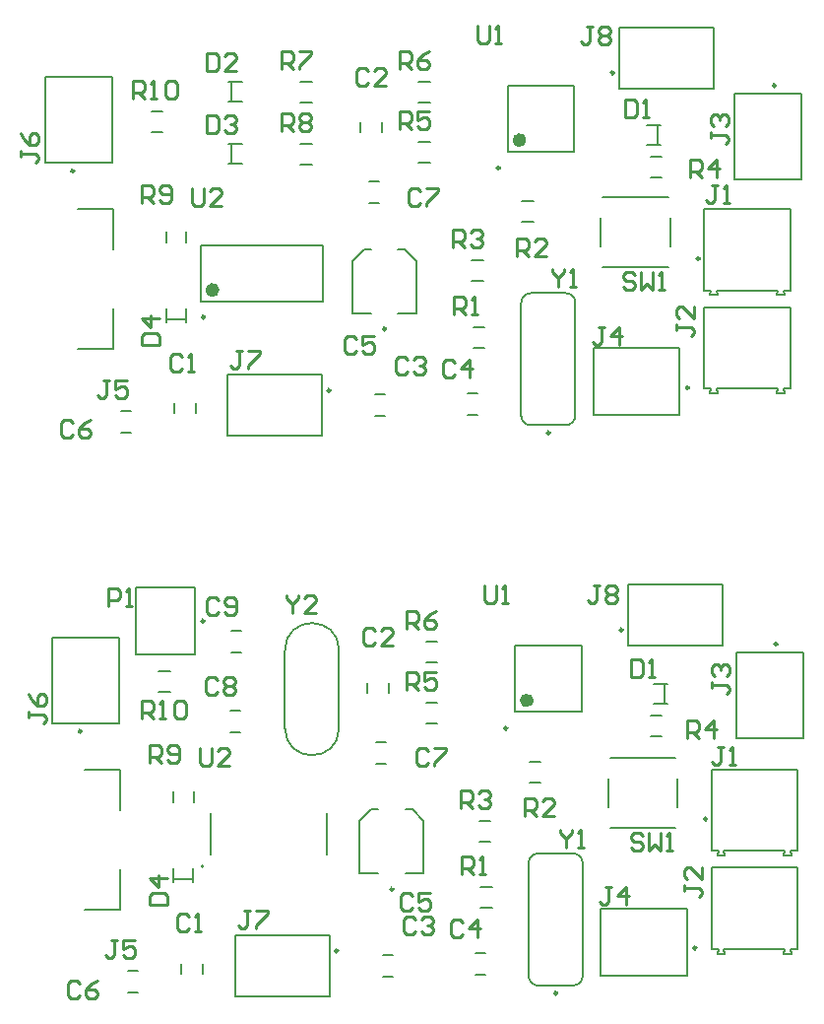
<source format=gto>
G04*
G04 #@! TF.GenerationSoftware,Altium Limited,Altium Designer,23.10.1 (27)*
G04*
G04 Layer_Color=65535*
%FSLAX44Y44*%
%MOMM*%
G71*
G04*
G04 #@! TF.SameCoordinates,3B84DC82-68C0-41DF-859C-FDBE0299760B*
G04*
G04*
G04 #@! TF.FilePolarity,Positive*
G04*
G01*
G75*
%ADD40C,0.2500*%
%ADD41C,0.2000*%
%ADD42C,0.6000*%
%ADD43C,0.1270*%
%ADD44C,0.2540*%
D40*
X610220Y400050D02*
G03*
X610220Y400050I-1250J0D01*
G01*
X250320Y407670D02*
G03*
X250320Y407670I-1250J0D01*
G01*
X365100Y124460D02*
G03*
X365100Y124460I-1250J0D01*
G01*
X743100Y387920D02*
G03*
X743100Y387920I-1250J0D01*
G01*
X673450Y127000D02*
G03*
X673450Y127000I-1250J0D01*
G01*
X553700Y88150D02*
G03*
X553700Y88150I-1250J0D01*
G01*
X682630Y237850D02*
G03*
X682630Y237850I-1250J0D01*
G01*
X510850Y315640D02*
G03*
X510850Y315640I-1250J0D01*
G01*
X144590Y313120D02*
G03*
X144590Y313120I-1250J0D01*
G01*
X412730Y177440D02*
G03*
X412730Y177440I-1250J0D01*
G01*
X602600Y878840D02*
G03*
X602600Y878840I-1250J0D01*
G01*
X358750Y605790D02*
G03*
X358750Y605790I-1250J0D01*
G01*
X741660Y867780D02*
G03*
X741660Y867780I-1250J0D01*
G01*
X667100Y608330D02*
G03*
X667100Y608330I-1250J0D01*
G01*
X250470Y668870D02*
G03*
X250470Y668870I-1250J0D01*
G01*
X547350Y569480D02*
G03*
X547350Y569480I-1250J0D01*
G01*
X676280Y719180D02*
G03*
X676280Y719180I-1250J0D01*
G01*
X504500Y796970D02*
G03*
X504500Y796970I-1250J0D01*
G01*
X138240Y794450D02*
G03*
X138240Y794450I-1250J0D01*
G01*
X406380Y658770D02*
G03*
X406380Y658770I-1250J0D01*
G01*
D41*
X319650Y315750D02*
G03*
X366150Y315750I23250J0D01*
G01*
Y382750D02*
G03*
X319650Y382750I-23250J0D01*
G01*
X249520Y197290D02*
G03*
X249520Y197290I-1000J0D01*
G01*
X529200Y102900D02*
G03*
X537450Y94650I8250J0D01*
G01*
X567450Y94650D02*
G03*
X575700Y102900I0J8250D01*
G01*
Y199900D02*
G03*
X567450Y208150I-8250J0D01*
G01*
X537450Y208150D02*
G03*
X529200Y199900I0J-8250D01*
G01*
X614720Y386350D02*
Y439150D01*
Y386350D02*
X695920D01*
Y439150D01*
X614720D02*
X695920D01*
X636900Y336940D02*
X648900D01*
X636900Y353940D02*
X648900D01*
X646150Y337690D02*
Y353190D01*
X634076Y308709D02*
X643544D01*
X634076Y326291D02*
X643544D01*
X191770Y378670D02*
Y436670D01*
X242570D01*
X191770Y378670D02*
X242570D01*
Y436670D01*
X211209Y364391D02*
X220676D01*
X211209Y346809D02*
X220676D01*
X366150Y315750D02*
Y382750D01*
X319650Y315750D02*
Y382750D01*
X273896Y380599D02*
X282364D01*
X273896Y399181D02*
X282364D01*
X272626Y312019D02*
X281094D01*
X272626Y330601D02*
X281094D01*
X358100Y85360D02*
Y138160D01*
X276900D02*
X358100D01*
X276900Y85360D02*
Y138160D01*
Y85360D02*
X358100D01*
X224660Y185980D02*
X240160D01*
X240910Y183230D02*
Y195230D01*
X223910Y183230D02*
Y195230D01*
X249321Y104986D02*
Y113454D01*
X230739Y104986D02*
Y113454D01*
X184996Y88499D02*
X193464D01*
X184996Y107081D02*
X193464D01*
X177950Y159950D02*
Y194650D01*
Y245650D02*
Y280350D01*
X147450Y159950D02*
X177950D01*
X147450Y280350D02*
X177950D01*
X686440Y210390D02*
Y280390D01*
X760440Y210390D02*
Y280390D01*
X686440D02*
X760440D01*
X748890Y206390D02*
X755390D01*
X754640Y210390D02*
X755390Y206390D01*
X748890D02*
X749640Y210390D01*
X754640D02*
X760440D01*
X697240D02*
X697990Y206390D01*
X691490D02*
X692240Y210390D01*
X691490Y206390D02*
X697990D01*
X686440Y210390D02*
X692240D01*
X697240D02*
X749640D01*
X765350Y307170D02*
Y381170D01*
X707850Y307170D02*
X765350D01*
X707850D02*
Y381170D01*
X765350D01*
X665450Y103500D02*
Y161000D01*
X591450D02*
X665450D01*
X591450Y103500D02*
Y161000D01*
Y103500D02*
X665450D01*
X241201Y251806D02*
Y261274D01*
X223619Y251806D02*
Y261274D01*
X686440Y126010D02*
Y196010D01*
X760440Y126010D02*
Y196010D01*
X686440D02*
X760440D01*
X748890Y122010D02*
X755390D01*
X754640Y126010D02*
X755390Y122010D01*
X748890D02*
X749640Y126010D01*
X754640D02*
X760440D01*
X697240D02*
X697990Y122010D01*
X691490D02*
X692240Y126010D01*
X691490Y122010D02*
X697990D01*
X686440Y126010D02*
X692240D01*
X697240D02*
X749640D01*
X575700Y102900D02*
Y199900D01*
X529200Y102900D02*
Y199900D01*
X537450Y208150D02*
X567450D01*
X537450Y94650D02*
X567450D01*
X567450Y94650D01*
X529936Y269339D02*
X539404D01*
X529936Y286921D02*
X539404D01*
X403914Y102469D02*
X412381D01*
X403914Y121051D02*
X412381D01*
X599130Y230350D02*
X655630D01*
X597380Y248100D02*
Y272600D01*
X599130Y290350D02*
X655630D01*
X657380Y248100D02*
Y272600D01*
X517600Y329640D02*
X574600D01*
X517600Y386640D02*
X574600D01*
X517600Y329640D02*
Y386640D01*
X574600Y329640D02*
Y386640D01*
X119840Y319870D02*
X177340D01*
Y393870D01*
X119840D02*
X177340D01*
X119840Y319870D02*
Y393870D01*
X428980Y245940D02*
X438980Y235940D01*
X383980D02*
X393980Y245940D01*
X423230D02*
X428980D01*
X393980D02*
X399730D01*
X438980Y190940D02*
Y235940D01*
X383980Y190940D02*
Y235940D01*
Y190940D02*
X399730D01*
X423230D02*
X438980D01*
X398356Y285349D02*
X406824D01*
X398356Y303931D02*
X406824D01*
X488026Y178971D02*
X497494D01*
X488026Y161389D02*
X497494D01*
X486799Y236121D02*
X496266D01*
X486799Y218539D02*
X496266D01*
X409341Y346286D02*
Y354754D01*
X390759Y346286D02*
Y354754D01*
X441036Y337721D02*
X450504D01*
X441036Y320139D02*
X450504D01*
X441036Y389791D02*
X450504D01*
X441036Y372209D02*
X450504D01*
X483446Y103739D02*
X491914D01*
X483446Y122321D02*
X491914D01*
X522850Y584230D02*
G03*
X531100Y575980I8250J0D01*
G01*
X561100Y575980D02*
G03*
X569350Y584230I0J8250D01*
G01*
Y681230D02*
G03*
X561100Y689480I-8250J0D01*
G01*
X531100Y689480D02*
G03*
X522850Y681230I0J-8250D01*
G01*
X607100Y865140D02*
Y917940D01*
Y865140D02*
X688300D01*
Y917940D01*
X607100D02*
X688300D01*
X630550Y817000D02*
X642550D01*
X630550Y834000D02*
X642550D01*
X639800Y817750D02*
Y833250D01*
X634034Y788769D02*
X643501D01*
X634034Y806351D02*
X643501D01*
X351750Y566690D02*
Y619490D01*
X270550D02*
X351750D01*
X270550Y566690D02*
Y619490D01*
Y566690D02*
X351750D01*
X218310Y667310D02*
X233810D01*
X234560Y664560D02*
Y676560D01*
X217560Y664560D02*
Y676560D01*
X242971Y586316D02*
Y594784D01*
X224389Y586316D02*
Y594784D01*
X178646Y569829D02*
X187114D01*
X178646Y588411D02*
X187114D01*
X171600Y641280D02*
Y675980D01*
Y726980D02*
Y761680D01*
X141100Y641280D02*
X171600D01*
X141100Y761680D02*
X171600D01*
X680090Y691720D02*
Y761720D01*
X754090Y691720D02*
Y761720D01*
X680090D02*
X754090D01*
X742540Y687720D02*
X749040D01*
X748290Y691720D02*
X749040Y687720D01*
X742540D02*
X743290Y691720D01*
X748290D02*
X754090D01*
X690890D02*
X691640Y687720D01*
X685140D02*
X685890Y691720D01*
X685140Y687720D02*
X691640D01*
X680090Y691720D02*
X685890D01*
X690890D02*
X743290D01*
X763910Y787030D02*
Y861030D01*
X706410Y787030D02*
X763910D01*
X706410D02*
Y861030D01*
X763910D01*
X659100Y584830D02*
Y642330D01*
X585100D02*
X659100D01*
X585100Y584830D02*
Y642330D01*
Y584830D02*
X659100D01*
X352220Y682120D02*
Y730120D01*
X247220Y682120D02*
Y730120D01*
X352220D01*
X247220Y682120D02*
X352220D01*
X234851Y733136D02*
Y742604D01*
X217269Y733136D02*
Y742604D01*
X680090Y607340D02*
Y677340D01*
X754090Y607340D02*
Y677340D01*
X680090D02*
X754090D01*
X742540Y603340D02*
X749040D01*
X748290Y607340D02*
X749040Y603340D01*
X742540D02*
X743290Y607340D01*
X748290D02*
X754090D01*
X690890D02*
X691640Y603340D01*
X685140D02*
X685890Y607340D01*
X685140Y603340D02*
X691640D01*
X680090Y607340D02*
X685890D01*
X690890D02*
X743290D01*
X569350Y584230D02*
Y681230D01*
X522850Y584230D02*
Y681230D01*
X531100Y689480D02*
X561100D01*
X531100Y575980D02*
X561100D01*
X561100Y575980D01*
X523586Y750669D02*
X533054D01*
X523586Y768251D02*
X533054D01*
X397564Y583799D02*
X406031D01*
X397564Y602381D02*
X406031D01*
X592780Y711680D02*
X649280D01*
X591030Y729430D02*
Y753930D01*
X592780Y771680D02*
X649280D01*
X651030Y729430D02*
Y753930D01*
X511250Y810970D02*
X568250D01*
X511250Y867970D02*
X568250D01*
X511250Y810970D02*
Y867970D01*
X568250Y810970D02*
Y867970D01*
X113490Y801200D02*
X170990D01*
Y875200D01*
X113490D02*
X170990D01*
X113490Y801200D02*
Y875200D01*
X422630Y727270D02*
X432630Y717270D01*
X377630D02*
X387630Y727270D01*
X416880D02*
X422630D01*
X387630D02*
X393380D01*
X432630Y672270D02*
Y717270D01*
X377630Y672270D02*
Y717270D01*
Y672270D02*
X393380D01*
X416880D02*
X432630D01*
X392006Y766679D02*
X400474D01*
X392006Y785261D02*
X400474D01*
X204859Y845721D02*
X214326D01*
X204859Y828139D02*
X214326D01*
X481676Y660301D02*
X491144D01*
X481676Y642719D02*
X491144D01*
X480449Y717451D02*
X489916D01*
X480449Y699869D02*
X489916D01*
X402991Y827616D02*
Y836084D01*
X384409Y827616D02*
Y836084D01*
X434686Y819051D02*
X444154D01*
X434686Y801469D02*
X444154D01*
X434686Y871121D02*
X444154D01*
X434686Y853539D02*
X444154D01*
X477096Y585069D02*
X485564D01*
X477096Y603651D02*
X485564D01*
X333086Y817781D02*
X342554D01*
X333086Y800199D02*
X342554D01*
X333086Y871121D02*
X342554D01*
X333086Y853539D02*
X342554D01*
X273610Y801240D02*
Y816740D01*
X270860Y800490D02*
X282860D01*
X270860Y817490D02*
X282860D01*
X273610Y854580D02*
Y870080D01*
X270860Y853830D02*
X282860D01*
X270860Y870830D02*
X282860D01*
D42*
X530600Y339640D02*
G03*
X530600Y339640I-3000J0D01*
G01*
X260220Y692120D02*
G03*
X260220Y692120I-3000J0D01*
G01*
X524250Y820970D02*
G03*
X524250Y820970I-3000J0D01*
G01*
D43*
X256070Y207040D02*
Y242540D01*
X356070Y207040D02*
Y242540D01*
D44*
X590551Y438148D02*
X585472D01*
X588012D01*
Y425452D01*
X585472Y422912D01*
X582933D01*
X580394Y425452D01*
X595629Y435608D02*
X598168Y438148D01*
X603247D01*
X605786Y435608D01*
Y433069D01*
X603247Y430530D01*
X605786Y427991D01*
Y425452D01*
X603247Y422912D01*
X598168D01*
X595629Y425452D01*
Y427991D01*
X598168Y430530D01*
X595629Y433069D01*
Y435608D01*
X598168Y430530D02*
X603247D01*
X167643Y420373D02*
Y435607D01*
X175261D01*
X177800Y433068D01*
Y427990D01*
X175261Y425451D01*
X167643D01*
X182878Y420373D02*
X187957D01*
X185418D01*
Y435607D01*
X182878Y433068D01*
X321056Y430017D02*
Y427478D01*
X326134Y422399D01*
X331213Y427478D01*
Y430017D01*
X326134Y422399D02*
Y414782D01*
X346448D02*
X336291D01*
X346448Y424939D01*
Y427478D01*
X343909Y430017D01*
X338830D01*
X336291Y427478D01*
X262633Y425446D02*
X260093Y427985D01*
X255015D01*
X252476Y425446D01*
Y415289D01*
X255015Y412750D01*
X260093D01*
X262633Y415289D01*
X267711D02*
X270250Y412750D01*
X275329D01*
X277868Y415289D01*
Y425446D01*
X275329Y427985D01*
X270250D01*
X267711Y425446D01*
Y422907D01*
X270250Y420368D01*
X277868D01*
X261363Y356866D02*
X258824Y359405D01*
X253745D01*
X251206Y356866D01*
Y346709D01*
X253745Y344170D01*
X258824D01*
X261363Y346709D01*
X266441Y356866D02*
X268980Y359405D01*
X274059D01*
X276598Y356866D01*
Y354327D01*
X274059Y351787D01*
X276598Y349248D01*
Y346709D01*
X274059Y344170D01*
X268980D01*
X266441Y346709D01*
Y349248D01*
X268980Y351787D01*
X266441Y354327D01*
Y356866D01*
X268980Y351787D02*
X274059D01*
X289561Y158748D02*
X284482D01*
X287022D01*
Y146052D01*
X284482Y143512D01*
X281943D01*
X279404Y146052D01*
X294639Y158748D02*
X304796D01*
Y156208D01*
X294639Y146052D01*
Y143512D01*
X556263Y228598D02*
Y226058D01*
X561342Y220980D01*
X566420Y226058D01*
Y228598D01*
X561342Y220980D02*
Y213363D01*
X571498D02*
X576577D01*
X574038D01*
Y228598D01*
X571498Y226058D01*
X196856Y323853D02*
Y339087D01*
X204474D01*
X207013Y336548D01*
Y331470D01*
X204474Y328931D01*
X196856D01*
X201935D02*
X207013Y323853D01*
X212091D02*
X217170D01*
X214630D01*
Y339087D01*
X212091Y336548D01*
X224787D02*
X227326Y339087D01*
X232405D01*
X234944Y336548D01*
Y326392D01*
X232405Y323853D01*
X227326D01*
X224787Y326392D01*
Y336548D01*
X99062Y330201D02*
Y325122D01*
Y327662D01*
X111758D01*
X114298Y325122D01*
Y322583D01*
X111758Y320044D01*
X99062Y345436D02*
X101602Y340358D01*
X106680Y335279D01*
X111758D01*
X114298Y337818D01*
Y342897D01*
X111758Y345436D01*
X109219D01*
X106680Y342897D01*
Y335279D01*
X175261Y133348D02*
X170182D01*
X172722D01*
Y120652D01*
X170182Y118112D01*
X167643D01*
X165104Y120652D01*
X190496Y133348D02*
X180339D01*
Y125730D01*
X185417Y128269D01*
X187957D01*
X190496Y125730D01*
Y120652D01*
X187957Y118112D01*
X182878D01*
X180339Y120652D01*
X246384Y298447D02*
Y285752D01*
X248923Y283213D01*
X254002D01*
X256541Y285752D01*
Y298447D01*
X271776Y283213D02*
X261619D01*
X271776Y293369D01*
Y295908D01*
X269237Y298447D01*
X264158D01*
X261619Y295908D01*
X491490Y438145D02*
Y425449D01*
X494029Y422910D01*
X499108D01*
X501647Y425449D01*
Y438145D01*
X506725Y422910D02*
X511803D01*
X509264D01*
Y438145D01*
X506725Y435606D01*
X627383Y223518D02*
X624843Y226057D01*
X619765D01*
X617226Y223518D01*
Y220979D01*
X619765Y218440D01*
X624843D01*
X627383Y215901D01*
Y213362D01*
X624843Y210823D01*
X619765D01*
X617226Y213362D01*
X632461Y226057D02*
Y210823D01*
X637539Y215901D01*
X642618Y210823D01*
Y226057D01*
X647696Y210823D02*
X652774D01*
X650235D01*
Y226057D01*
X647696Y223518D01*
X203204Y285753D02*
Y300987D01*
X210822D01*
X213361Y298448D01*
Y293370D01*
X210822Y290831D01*
X203204D01*
X208283D02*
X213361Y285753D01*
X218439Y288292D02*
X220978Y285753D01*
X226057D01*
X228596Y288292D01*
Y298448D01*
X226057Y300987D01*
X220978D01*
X218439Y298448D01*
Y295909D01*
X220978Y293370D01*
X228596D01*
X424434Y400812D02*
Y416047D01*
X432052D01*
X434591Y413508D01*
Y408429D01*
X432052Y405890D01*
X424434D01*
X429512D02*
X434591Y400812D01*
X449826Y416047D02*
X444747Y413508D01*
X439669Y408429D01*
Y403351D01*
X442208Y400812D01*
X447287D01*
X449826Y403351D01*
Y405890D01*
X447287Y408429D01*
X439669D01*
X424434Y348742D02*
Y363977D01*
X432052D01*
X434591Y361438D01*
Y356359D01*
X432052Y353820D01*
X424434D01*
X429512D02*
X434591Y348742D01*
X449826Y363977D02*
X439669D01*
Y356359D01*
X444747Y358899D01*
X447287D01*
X449826Y356359D01*
Y351281D01*
X447287Y348742D01*
X442208D01*
X439669Y351281D01*
X665484Y307342D02*
Y322578D01*
X673102D01*
X675641Y320038D01*
Y314960D01*
X673102Y312421D01*
X665484D01*
X670563D02*
X675641Y307342D01*
X688337D02*
Y322578D01*
X680719Y314960D01*
X690876D01*
X470408Y247142D02*
Y262377D01*
X478026D01*
X480565Y259838D01*
Y254760D01*
X478026Y252220D01*
X470408D01*
X475486D02*
X480565Y247142D01*
X485643Y259838D02*
X488182Y262377D01*
X493261D01*
X495800Y259838D01*
Y257299D01*
X493261Y254760D01*
X490721D01*
X493261D01*
X495800Y252220D01*
Y249681D01*
X493261Y247142D01*
X488182D01*
X485643Y249681D01*
X525742Y240033D02*
Y255268D01*
X533359D01*
X535898Y252728D01*
Y247650D01*
X533359Y245111D01*
X525742D01*
X530820D02*
X535898Y240033D01*
X551133D02*
X540977D01*
X551133Y250189D01*
Y252728D01*
X548594Y255268D01*
X543516D01*
X540977Y252728D01*
X471424Y189992D02*
Y205227D01*
X479041D01*
X481581Y202688D01*
Y197610D01*
X479041Y195070D01*
X471424D01*
X476502D02*
X481581Y189992D01*
X486659D02*
X491737D01*
X489198D01*
Y205227D01*
X486659Y202688D01*
X600711Y179067D02*
X595633D01*
X598172D01*
Y166372D01*
X595633Y163832D01*
X593093D01*
X590554Y166372D01*
X613407Y163832D02*
Y179067D01*
X605789Y171450D01*
X615946D01*
X687073Y355601D02*
Y350522D01*
Y353062D01*
X699768D01*
X702308Y350522D01*
Y347983D01*
X699768Y345444D01*
X689612Y360679D02*
X687073Y363218D01*
Y368297D01*
X689612Y370836D01*
X692151D01*
X694690Y368297D01*
Y365757D01*
Y368297D01*
X697229Y370836D01*
X699768D01*
X702308Y368297D01*
Y363218D01*
X699768Y360679D01*
X662943Y181051D02*
Y175972D01*
Y178512D01*
X675638D01*
X678177Y175972D01*
Y173433D01*
X675638Y170894D01*
X678177Y196286D02*
Y186129D01*
X668021Y196286D01*
X665482D01*
X662943Y193747D01*
Y188668D01*
X665482Y186129D01*
X697230Y299718D02*
X692152D01*
X694691D01*
Y287022D01*
X692152Y284482D01*
X689613D01*
X687073Y287022D01*
X702308Y284482D02*
X707387D01*
X704848D01*
Y299718D01*
X702308Y297178D01*
X203202Y163834D02*
X218438D01*
Y171452D01*
X215898Y173991D01*
X205742D01*
X203202Y171452D01*
Y163834D01*
X218438Y186687D02*
X203202D01*
X210820Y179069D01*
Y189226D01*
X617223Y374647D02*
Y359412D01*
X624841D01*
X627380Y361952D01*
Y372108D01*
X624841Y374647D01*
X617223D01*
X632458Y359412D02*
X637537D01*
X634998D01*
Y374647D01*
X632458Y372108D01*
X442753Y295908D02*
X440214Y298447D01*
X435136D01*
X432597Y295908D01*
Y285752D01*
X435136Y283213D01*
X440214D01*
X442753Y285752D01*
X447832Y298447D02*
X457988D01*
Y295908D01*
X447832Y285752D01*
Y283213D01*
X143511Y96518D02*
X140972Y99058D01*
X135893D01*
X133354Y96518D01*
Y86362D01*
X135893Y83822D01*
X140972D01*
X143511Y86362D01*
X158746Y99058D02*
X153667Y96518D01*
X148589Y91440D01*
Y86362D01*
X151128Y83822D01*
X156207D01*
X158746Y86362D01*
Y88901D01*
X156207Y91440D01*
X148589D01*
X429261Y171448D02*
X426722Y173988D01*
X421643D01*
X419104Y171448D01*
Y161292D01*
X421643Y158752D01*
X426722D01*
X429261Y161292D01*
X444496Y173988D02*
X434339D01*
Y166370D01*
X439417Y168909D01*
X441957D01*
X444496Y166370D01*
Y161292D01*
X441957Y158752D01*
X436878D01*
X434339Y161292D01*
X472183Y148586D02*
X469644Y151125D01*
X464565D01*
X462026Y148586D01*
Y138429D01*
X464565Y135890D01*
X469644D01*
X472183Y138429D01*
X484879Y135890D02*
Y151125D01*
X477261Y143507D01*
X487418D01*
X431801Y151128D02*
X429262Y153667D01*
X424183D01*
X421644Y151128D01*
Y140972D01*
X424183Y138433D01*
X429262D01*
X431801Y140972D01*
X436879Y151128D02*
X439418Y153667D01*
X444497D01*
X447036Y151128D01*
Y148589D01*
X444497Y146050D01*
X441958D01*
X444497D01*
X447036Y143511D01*
Y140972D01*
X444497Y138433D01*
X439418D01*
X436879Y140972D01*
X397507Y399030D02*
X394967Y401569D01*
X389889D01*
X387350Y399030D01*
Y388873D01*
X389889Y386334D01*
X394967D01*
X397507Y388873D01*
X412742Y386334D02*
X402585D01*
X412742Y396491D01*
Y399030D01*
X410203Y401569D01*
X405124D01*
X402585Y399030D01*
X237490Y153668D02*
X234951Y156208D01*
X229872D01*
X227333Y153668D01*
Y143512D01*
X229872Y140972D01*
X234951D01*
X237490Y143512D01*
X242568Y140972D02*
X247647D01*
X245108D01*
Y156208D01*
X242568Y153668D01*
X584201Y918207D02*
X579123D01*
X581662D01*
Y905512D01*
X579123Y902972D01*
X576583D01*
X574044Y905512D01*
X589279Y915668D02*
X591818Y918207D01*
X596897D01*
X599436Y915668D01*
Y913129D01*
X596897Y910590D01*
X599436Y908051D01*
Y905512D01*
X596897Y902972D01*
X591818D01*
X589279Y905512D01*
Y908051D01*
X591818Y910590D01*
X589279Y913129D01*
Y915668D01*
X591818Y910590D02*
X596897D01*
X283211Y640078D02*
X278132D01*
X280672D01*
Y627382D01*
X278132Y624842D01*
X275593D01*
X273054Y627382D01*
X288289Y640078D02*
X298446D01*
Y637538D01*
X288289Y627382D01*
Y624842D01*
X549913Y709928D02*
Y707388D01*
X554992Y702310D01*
X560070Y707388D01*
Y709928D01*
X554992Y702310D02*
Y694693D01*
X565148D02*
X570227D01*
X567688D01*
Y709928D01*
X565148Y707388D01*
X188468Y856742D02*
Y871977D01*
X196085D01*
X198625Y869438D01*
Y864360D01*
X196085Y861820D01*
X188468D01*
X193546D02*
X198625Y856742D01*
X203703D02*
X208781D01*
X206242D01*
Y871977D01*
X203703Y869438D01*
X216399D02*
X218938Y871977D01*
X224016D01*
X226556Y869438D01*
Y859281D01*
X224016Y856742D01*
X218938D01*
X216399Y859281D01*
Y869438D01*
X92712Y811531D02*
Y806452D01*
Y808992D01*
X105408D01*
X107948Y806452D01*
Y803913D01*
X105408Y801374D01*
X92712Y826766D02*
X95252Y821687D01*
X100330Y816609D01*
X105408D01*
X107948Y819148D01*
Y824227D01*
X105408Y826766D01*
X102869D01*
X100330Y824227D01*
Y816609D01*
X168911Y614678D02*
X163832D01*
X166372D01*
Y601982D01*
X163832Y599442D01*
X161293D01*
X158754Y601982D01*
X184146Y614678D02*
X173989D01*
Y607060D01*
X179067Y609599D01*
X181607D01*
X184146Y607060D01*
Y601982D01*
X181607Y599442D01*
X176528D01*
X173989Y601982D01*
X240034Y779778D02*
Y767082D01*
X242573Y764542D01*
X247652D01*
X250191Y767082D01*
Y779778D01*
X265426Y764542D02*
X255269D01*
X265426Y774699D01*
Y777238D01*
X262887Y779778D01*
X257808D01*
X255269Y777238D01*
X485140Y919475D02*
Y906779D01*
X487679Y904240D01*
X492757D01*
X495297Y906779D01*
Y919475D01*
X500375Y904240D02*
X505453D01*
X502914D01*
Y919475D01*
X500375Y916936D01*
X621032Y704848D02*
X618493Y707387D01*
X613415D01*
X610876Y704848D01*
Y702309D01*
X613415Y699770D01*
X618493D01*
X621032Y697231D01*
Y694692D01*
X618493Y692152D01*
X613415D01*
X610876Y694692D01*
X626111Y707387D02*
Y692152D01*
X631189Y697231D01*
X636268Y692152D01*
Y707387D01*
X641346Y692152D02*
X646424D01*
X643885D01*
Y707387D01*
X641346Y704848D01*
X196854Y767083D02*
Y782318D01*
X204472D01*
X207011Y779778D01*
Y774700D01*
X204472Y772161D01*
X196854D01*
X201933D02*
X207011Y767083D01*
X212089Y769622D02*
X214628Y767083D01*
X219707D01*
X222246Y769622D01*
Y779778D01*
X219707Y782318D01*
X214628D01*
X212089Y779778D01*
Y777239D01*
X214628Y774700D01*
X222246D01*
X316484Y828802D02*
Y844037D01*
X324101D01*
X326641Y841498D01*
Y836420D01*
X324101Y833880D01*
X316484D01*
X321562D02*
X326641Y828802D01*
X331719Y841498D02*
X334258Y844037D01*
X339337D01*
X341876Y841498D01*
Y838959D01*
X339337Y836420D01*
X341876Y833880D01*
Y831341D01*
X339337Y828802D01*
X334258D01*
X331719Y831341D01*
Y833880D01*
X334258Y836420D01*
X331719Y838959D01*
Y841498D01*
X334258Y836420D02*
X339337D01*
X316484Y882142D02*
Y897377D01*
X324101D01*
X326641Y894838D01*
Y889760D01*
X324101Y887220D01*
X316484D01*
X321562D02*
X326641Y882142D01*
X331719Y897377D02*
X341876D01*
Y894838D01*
X331719Y884681D01*
Y882142D01*
X418084D02*
Y897377D01*
X425701D01*
X428241Y894838D01*
Y889760D01*
X425701Y887220D01*
X418084D01*
X423162D02*
X428241Y882142D01*
X443476Y897377D02*
X438397Y894838D01*
X433319Y889760D01*
Y884681D01*
X435858Y882142D01*
X440937D01*
X443476Y884681D01*
Y887220D01*
X440937Y889760D01*
X433319D01*
X418084Y830072D02*
Y845307D01*
X425701D01*
X428241Y842768D01*
Y837690D01*
X425701Y835150D01*
X418084D01*
X423162D02*
X428241Y830072D01*
X443476Y845307D02*
X433319D01*
Y837690D01*
X438397Y840229D01*
X440937D01*
X443476Y837690D01*
Y832611D01*
X440937Y830072D01*
X435858D01*
X433319Y832611D01*
X668024Y788672D02*
Y803907D01*
X675642D01*
X678181Y801368D01*
Y796290D01*
X675642Y793751D01*
X668024D01*
X673102D02*
X678181Y788672D01*
X690877D02*
Y803907D01*
X683259Y796290D01*
X693416D01*
X464058Y728472D02*
Y743707D01*
X471675D01*
X474215Y741168D01*
Y736089D01*
X471675Y733550D01*
X464058D01*
X469136D02*
X474215Y728472D01*
X479293Y741168D02*
X481832Y743707D01*
X486911D01*
X489450Y741168D01*
Y738629D01*
X486911Y736089D01*
X484371D01*
X486911D01*
X489450Y733550D01*
Y731011D01*
X486911Y728472D01*
X481832D01*
X479293Y731011D01*
X519392Y721363D02*
Y736598D01*
X527009D01*
X529548Y734058D01*
Y728980D01*
X527009Y726441D01*
X519392D01*
X524470D02*
X529548Y721363D01*
X544784D02*
X534627D01*
X544784Y731519D01*
Y734058D01*
X542244Y736598D01*
X537166D01*
X534627Y734058D01*
X465074Y671322D02*
Y686557D01*
X472691D01*
X475231Y684018D01*
Y678940D01*
X472691Y676400D01*
X465074D01*
X470152D02*
X475231Y671322D01*
X480309D02*
X485387D01*
X482848D01*
Y686557D01*
X480309Y684018D01*
X594361Y660397D02*
X589282D01*
X591822D01*
Y647702D01*
X589282Y645163D01*
X586743D01*
X584204Y647702D01*
X607057Y645163D02*
Y660397D01*
X599439Y652780D01*
X609596D01*
X685803Y828041D02*
Y822962D01*
Y825502D01*
X698498D01*
X701038Y822962D01*
Y820423D01*
X698498Y817884D01*
X688342Y833119D02*
X685803Y835658D01*
Y840737D01*
X688342Y843276D01*
X690881D01*
X693420Y840737D01*
Y838197D01*
Y840737D01*
X695959Y843276D01*
X698498D01*
X701038Y840737D01*
Y835658D01*
X698498Y833119D01*
X656592Y662381D02*
Y657302D01*
Y659842D01*
X669288D01*
X671827Y657302D01*
Y654763D01*
X669288Y652224D01*
X671827Y677616D02*
Y667459D01*
X661671Y677616D01*
X659132D01*
X656592Y675077D01*
Y669998D01*
X659132Y667459D01*
X692150Y782318D02*
X687072D01*
X689611D01*
Y769622D01*
X687072Y767083D01*
X684532D01*
X681993Y769622D01*
X697228Y767083D02*
X702307D01*
X699768D01*
Y782318D01*
X697228Y779778D01*
X196852Y645164D02*
X212087D01*
Y652782D01*
X209548Y655321D01*
X199392D01*
X196852Y652782D01*
Y645164D01*
X212087Y668017D02*
X196852D01*
X204470Y660399D01*
Y670556D01*
X252476Y842259D02*
Y827024D01*
X260093D01*
X262633Y829563D01*
Y839720D01*
X260093Y842259D01*
X252476D01*
X267711Y839720D02*
X270250Y842259D01*
X275329D01*
X277868Y839720D01*
Y837181D01*
X275329Y834641D01*
X272789D01*
X275329D01*
X277868Y832102D01*
Y829563D01*
X275329Y827024D01*
X270250D01*
X267711Y829563D01*
X252476Y895599D02*
Y880364D01*
X260093D01*
X262633Y882903D01*
Y893060D01*
X260093Y895599D01*
X252476D01*
X277868Y880364D02*
X267711D01*
X277868Y890521D01*
Y893060D01*
X275329Y895599D01*
X270250D01*
X267711Y893060D01*
X612143Y855977D02*
Y840742D01*
X619761D01*
X622300Y843282D01*
Y853438D01*
X619761Y855977D01*
X612143D01*
X627378Y840742D02*
X632457D01*
X629918D01*
Y855977D01*
X627378Y853438D01*
X436403Y777238D02*
X433864Y779778D01*
X428786D01*
X426246Y777238D01*
Y767082D01*
X428786Y764542D01*
X433864D01*
X436403Y767082D01*
X441482Y779778D02*
X451638D01*
Y777238D01*
X441482Y767082D01*
Y764542D01*
X137161Y577848D02*
X134622Y580387D01*
X129543D01*
X127004Y577848D01*
Y567692D01*
X129543Y565153D01*
X134622D01*
X137161Y567692D01*
X152396Y580387D02*
X147317Y577848D01*
X142239Y572770D01*
Y567692D01*
X144778Y565153D01*
X149857D01*
X152396Y567692D01*
Y570231D01*
X149857Y572770D01*
X142239D01*
X381001Y650238D02*
X378462Y652777D01*
X373383D01*
X370844Y650238D01*
Y640082D01*
X373383Y637542D01*
X378462D01*
X381001Y640082D01*
X396236Y652777D02*
X386079D01*
Y645160D01*
X391157Y647699D01*
X393697D01*
X396236Y645160D01*
Y640082D01*
X393697Y637542D01*
X388618D01*
X386079Y640082D01*
X465833Y629916D02*
X463293Y632455D01*
X458215D01*
X455676Y629916D01*
Y619759D01*
X458215Y617220D01*
X463293D01*
X465833Y619759D01*
X478529Y617220D02*
Y632455D01*
X470911Y624837D01*
X481068D01*
X425451Y632458D02*
X422912Y634997D01*
X417833D01*
X415294Y632458D01*
Y622302D01*
X417833Y619762D01*
X422912D01*
X425451Y622302D01*
X430529Y632458D02*
X433068Y634997D01*
X438147D01*
X440686Y632458D01*
Y629919D01*
X438147Y627380D01*
X435607D01*
X438147D01*
X440686Y624841D01*
Y622302D01*
X438147Y619762D01*
X433068D01*
X430529Y622302D01*
X391157Y880360D02*
X388618Y882899D01*
X383539D01*
X381000Y880360D01*
Y870203D01*
X383539Y867664D01*
X388618D01*
X391157Y870203D01*
X406392Y867664D02*
X396235D01*
X406392Y877821D01*
Y880360D01*
X403853Y882899D01*
X398774D01*
X396235Y880360D01*
X231140Y634998D02*
X228601Y637537D01*
X223522D01*
X220983Y634998D01*
Y624842D01*
X223522Y622303D01*
X228601D01*
X231140Y624842D01*
X236218Y622303D02*
X241297D01*
X238758D01*
Y637537D01*
X236218Y634998D01*
M02*

</source>
